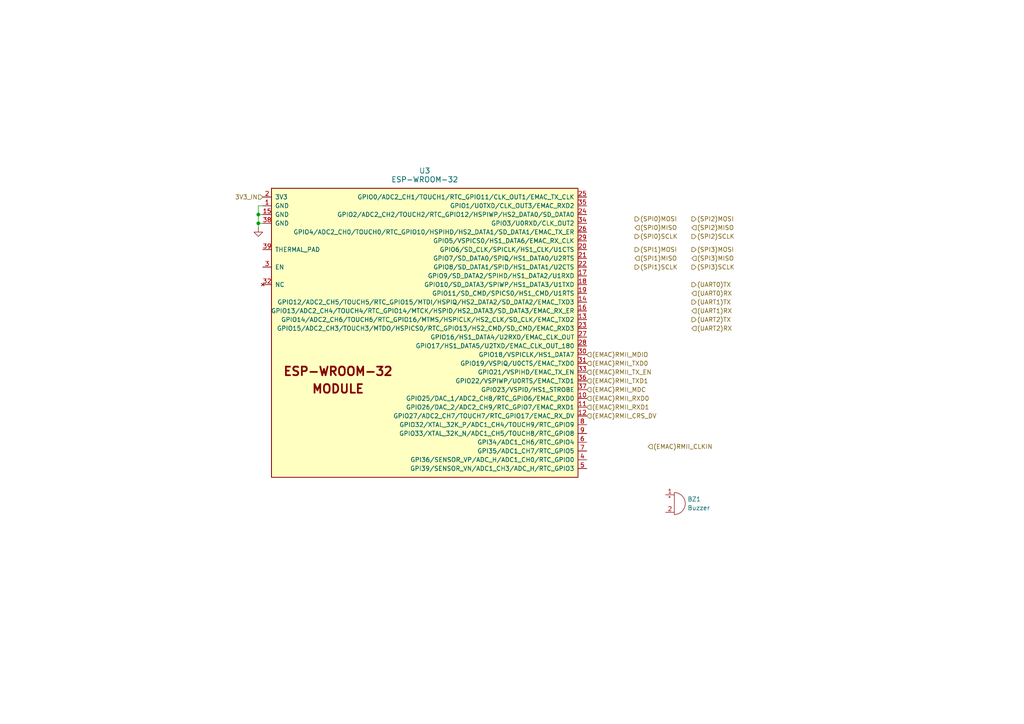
<source format=kicad_sch>
(kicad_sch (version 20231120) (generator "eeschema") (generator_version "8.0")
  (paper "A4")
  (lib_symbols
    (symbol "Device:Buzzer" (pin_names (offset 0.0254) hide)
      (property "Reference" "BZ" (at 3.81 1.27 0))
      (property "Value" "Buzzer" (at 3.81 -1.27 0))
      (symbol "Buzzer_0_1"
        (arc (start 0 -3.175) (mid 3.1612 0) (end 0 3.175))
        (polyline (pts (xy -1.651 1.905) (xy -1.143 1.905)))
        (polyline (pts (xy -1.397 2.159) (xy -1.397 1.651)))
        (polyline (pts (xy 0 3.175) (xy 0 -3.175)))
      )
      (symbol "Buzzer_1_1"
        (pin passive line (at -2.54 2.54 0) (length 2.54) (name "+") (number "1"))
        (pin passive line (at -2.54 -2.54 0) (length 2.54) (name "-") (number "2"))
      )
    )
    (symbol "ESP32-EVB_Rev_K1:ESP-WROOM-32" (pin_names (offset 1.016))
      (property "Reference" "U" (at 0 43.18 0))
      (property "Value" "ESP-WROOM-32" (at 0 -45.72 0))
      (symbol "ESP-WROOM-32_0_0"
        (text "ESP-WROOM-32" (at -23.876 -12.446 0) (effects (font (size 2.4892 2.4892) (bold yes))))
        (text "MODULE" (at -23.876 -17.526 0) (effects (font (size 2.4892 2.4892) (bold yes))))
      )
      (symbol "ESP-WROOM-32_0_1"
        (rectangle (start -43.18 40.64) (end 45.72 -43.18) (stroke (width 0.254)) (fill (type background)))
      )
      (symbol "ESP-WROOM-32_1_1"
        (pin power_in line (at -45.72 35.56 0) (length 2.54) (name "GND") (number "1"))
        (pin bidirectional line (at 48.26 -20.32 180) (length 2.54) (name "GPIO25/DAC_1/ADC2_CH8/RTC_GPIO6/EMAC_RXD0") (number "10"))
        (pin bidirectional line (at 48.26 -22.86 180) (length 2.54) (name "GPIO26/DAC_2/ADC2_CH9/RTC_GPIO7/EMAC_RXD1") (number "11"))
        (pin bidirectional line (at 48.26 -25.4 180) (length 2.54) (name "GPIO27/ADC2_CH7/TOUCH7/RTC_GPIO17/EMAC_RX_DV") (number "12"))
        (pin bidirectional line (at 48.26 2.54 180) (length 2.54) (name "GPIO14/ADC2_CH6/TOUCH6/RTC_GPIO16/MTMS/HSPICLK/HS2_CLK/SD_CLK/EMAC_TXD2") (number "13"))
        (pin bidirectional line (at 48.26 7.62 180) (length 2.54) (name "GPIO12/ADC2_CH5/TOUCH5/RTC_GPIO15/MTDI/HSPIQ/HS2_DATA2/SD_DATA2/EMAC_TXD3") (number "14"))
        (pin power_in line (at -45.72 33.02 0) (length 2.54) (name "GND") (number "15"))
        (pin bidirectional line (at 48.26 5.08 180) (length 2.54) (name "GPIO13/ADC2_CH4/TOUCH4/RTC_GPIO14/MTCK/HSPID/HS2_DATA3/SD_DATA3/EMAC_RX_ER") (number "16"))
        (pin bidirectional line (at 48.26 15.24 180) (length 2.54) (name "GPIO9/SD_DATA2/SPIHD/HS1_DATA2/U1RXD") (number "17"))
        (pin bidirectional line (at 48.26 12.7 180) (length 2.54) (name "GPIO10/SD_DATA3/SPIWP/HS1_DATA3/U1TXD") (number "18"))
        (pin bidirectional line (at 48.26 10.16 180) (length 2.54) (name "GPIO11/SD_CMD/SPICS0/HS1_CMD/U1RTS") (number "19"))
        (pin power_in line (at -45.72 38.1 0) (length 2.54) (name "3V3") (number "2"))
        (pin bidirectional line (at 48.26 22.86 180) (length 2.54) (name "GPIO6/SD_CLK/SPICLK/HS1_CLK/U1CTS") (number "20"))
        (pin bidirectional line (at 48.26 20.32 180) (length 2.54) (name "GPIO7/SD_DATA0/SPIQ/HS1_DATA0/U2RTS") (number "21"))
        (pin bidirectional line (at 48.26 17.78 180) (length 2.54) (name "GPIO8/SD_DATA1/SPID/HS1_DATA1/U2CTS") (number "22"))
        (pin bidirectional line (at 48.26 0 180) (length 2.54) (name "GPIO15/ADC2_CH3/TOUCH3/MTDO/HSPICS0/RTC_GPIO13/HS2_CMD/SD_CMD/EMAC_RXD3") (number "23"))
        (pin bidirectional line (at 48.26 33.02 180) (length 2.54) (name "GPIO2/ADC2_CH2/TOUCH2/RTC_GPIO12/HSPIWP/HS2_DATA0/SD_DATA0") (number "24"))
        (pin bidirectional line (at 48.26 38.1 180) (length 2.54) (name "GPIO0/ADC2_CH1/TOUCH1/RTC_GPIO11/CLK_OUT1/EMAC_TX_CLK") (number "25"))
        (pin bidirectional line (at 48.26 27.94 180) (length 2.54) (name "GPIO4/ADC2_CH0/TOUCH0/RTC_GPIO10/HSPIHD/HS2_DATA1/SD_DATA1/EMAC_TX_ER") (number "26"))
        (pin bidirectional line (at 48.26 -2.54 180) (length 2.54) (name "GPIO16/HS1_DATA4/U2RXD/EMAC_CLK_OUT") (number "27"))
        (pin bidirectional line (at 48.26 -5.08 180) (length 2.54) (name "GPIO17/HS1_DATA5/U2TXD/EMAC_CLK_OUT_180") (number "28"))
        (pin bidirectional line (at 48.26 25.4 180) (length 2.54) (name "GPIO5/VSPICS0/HS1_DATA6/EMAC_RX_CLK") (number "29"))
        (pin input line (at -45.72 17.78 0) (length 2.54) (name "EN") (number "3"))
        (pin bidirectional line (at 48.26 -7.62 180) (length 2.54) (name "GPIO18/VSPICLK/HS1_DATA7") (number "30"))
        (pin bidirectional line (at 48.26 -10.16 180) (length 2.54) (name "GPIO19/VSPIQ/U0CTS/EMAC_TXD0") (number "31"))
        (pin no_connect line (at -45.72 12.7 0) (length 2.54) (name "NC") (number "32"))
        (pin bidirectional line (at 48.26 -12.7 180) (length 2.54) (name "GPIO21/VSPIHD/EMAC_TX_EN") (number "33"))
        (pin bidirectional line (at 48.26 30.48 180) (length 2.54) (name "GPIO3/U0RXD/CLK_OUT2") (number "34"))
        (pin bidirectional line (at 48.26 35.56 180) (length 2.54) (name "GPIO1/U0TXD/CLK_OUT3/EMAC_RXD2") (number "35"))
        (pin bidirectional line (at 48.26 -15.24 180) (length 2.54) (name "GPIO22/VSPIWP/U0RTS/EMAC_TXD1") (number "36"))
        (pin bidirectional line (at 48.26 -17.78 180) (length 2.54) (name "GPIO23/VSPID/HS1_STROBE") (number "37"))
        (pin power_in line (at -45.72 30.48 0) (length 2.54) (name "GND") (number "38"))
        (pin power_in line (at -45.72 22.86 0) (length 2.54) (name "THERMAL_PAD") (number "39"))
        (pin input line (at 48.26 -38.1 180) (length 2.54) (name "GPI36/SENSOR_VP/ADC_H/ADC1_CH0/RTC_GPIO0") (number "4"))
        (pin input line (at 48.26 -40.64 180) (length 2.54) (name "GPI39/SENSOR_VN/ADC1_CH3/ADC_H/RTC_GPIO3") (number "5"))
        (pin input line (at 48.26 -33.02 180) (length 2.54) (name "GPI34/ADC1_CH6/RTC_GPIO4") (number "6"))
        (pin input line (at 48.26 -35.56 180) (length 2.54) (name "GPI35/ADC1_CH7/RTC_GPIO5") (number "7"))
        (pin bidirectional line (at 48.26 -27.94 180) (length 2.54) (name "GPIO32/XTAL_32K_P/ADC1_CH4/TOUCH9/RTC_GPIO9") (number "8"))
        (pin bidirectional line (at 48.26 -30.48 180) (length 2.54) (name "GPIO33/XTAL_32K_N/ADC1_CH5/TOUCH8/RTC_GPIO8") (number "9"))
      )
    )
    (symbol "power:GND" (power) (pin_numbers hide) (pin_names (offset 0) hide)
      (property "Value" "GND" (at 0 -3.81 0))
      (symbol "GND_0_1"
        (polyline (pts (xy 0 0) (xy 0 -1.27) (xy 1.27 -1.27) (xy 0 -2.54) (xy -1.27 -1.27) (xy 0 -1.27)))
      )
      (symbol "GND_1_1"
        (pin power_in line (at 0 0 270) (length 0) (name "~") (number "1"))
      )
    )
  )
  (junction (at 74.93 62.23))
  (junction (at 74.93 64.77))
  (wire (pts (xy 74.93 62.23) (xy 74.93 59.69)))
  (wire (pts (xy 74.93 59.69) (xy 76.2 59.69)))
  (wire (pts (xy 74.93 62.23) (xy 76.2 62.23)))
  (wire (pts (xy 74.93 66.04) (xy 74.93 64.77)))
  (wire (pts (xy 74.93 64.77) (xy 76.2 64.77)))
  (wire (pts (xy 74.93 64.77) (xy 74.93 62.23)))
  (hierarchical_label "(SPI3)MOSI" (shape output) (at 200.66 72.39 0))
  (hierarchical_label "(EMAC)RMII_CLKIN" (shape input) (at 187.96 129.54 0))
  (hierarchical_label "(SPI1)SCLK" (shape output) (at 184.15 77.47 0))
  (hierarchical_label "(SPI2)MOSI" (shape output) (at 200.66 63.5 0))
  (hierarchical_label "(SPI1)MISO" (shape input) (at 184.15 74.93 0))
  (hierarchical_label "(EMAC)RMII_TX_EN" (shape input) (at 170.18 107.95 0))
  (hierarchical_label "(SPI0)MISO" (shape input) (at 184.15 66.04 0))
  (hierarchical_label "(EMAC)RMII_RXD0" (shape input) (at 170.18 115.57 0))
  (hierarchical_label "(EMAC)RMII_MDIO" (shape input) (at 170.18 102.87 0))
  (hierarchical_label "(EMAC)RMII_MDC" (shape input) (at 170.18 113.03 0))
  (hierarchical_label "(UART0)RX" (shape input) (at 200.66 85.09 0))
  (hierarchical_label "(UART2)RX" (shape input) (at 200.66 95.25 0))
  (hierarchical_label "(UART1)RX" (shape input) (at 200.66 90.17 0))
  (hierarchical_label "(EMAC)RMII_TXD1" (shape input) (at 170.18 110.49 0))
  (hierarchical_label "(EMAC)RMII_CRS_DV" (shape input) (at 170.18 120.65 0))
  (hierarchical_label "(SPI1)MOSI" (shape output) (at 184.15 72.39 0))
  (hierarchical_label "(UART1)TX" (shape output) (at 200.66 87.63 0))
  (hierarchical_label "(EMAC)RMII_RXD1" (shape input) (at 170.18 118.11 0))
  (hierarchical_label "(UART2)TX" (shape output) (at 200.66 92.71 0))
  (hierarchical_label "(UART0)TX" (shape output) (at 200.66 82.55 0))
  (hierarchical_label "(SPI2)MISO" (shape input) (at 200.66 66.04 0))
  (hierarchical_label "(SPI3)MISO" (shape input) (at 200.66 74.93 0))
  (hierarchical_label "3V3_IN" (shape input) (at 76.2 57.15 180))
  (hierarchical_label "(SPI0)MOSI" (shape output) (at 184.15 63.5 0))
  (hierarchical_label "(EMAC)RMII_TXD0" (shape input) (at 170.18 105.41 0))
  (hierarchical_label "(SPI3)SCLK" (shape output) (at 200.66 77.47 0))
  (hierarchical_label "(SPI2)SCLK" (shape output) (at 200.66 68.58 0))
  (hierarchical_label "(SPI0)SCLK" (shape output) (at 184.15 68.58 0))
  (symbol (lib_id "Device:Buzzer") (at 195.58 146.05 0) (unit 1)
    (property "Reference" "BZ1" (at 199.39 144.7799 0) (effects (justify left)))
    (property "Value" "Buzzer" (at 199.39 147.3199 0) (effects (justify left)))
    (property "Description" "Buzzer, polarized" (effects (hide yes)))
  )
  (symbol (lib_id "power:GND") (at 74.93 66.04 0) (unit 1)
    (property "Reference" "#PWR071" (effects (hide yes)))
    (property "Value" "GND" (effects (hide yes)))
    (property "Description" "Power symbol creates a global label with name \"GND\" , ground" (effects (hide yes)))
  )
  (symbol (lib_id "ESP32-EVB_Rev_K1:ESP-WROOM-32") (at 121.92 95.25 0) (unit 1)
    (property "Reference" "U3" (at 123.19 49.53 0) (effects (font (size 1.524 1.524))))
    (property "Value" "ESP-WROOM-32" (at 123.19 52.07 0) (effects (font (size 1.524 1.524))))
    (property "Datasheet" "https://www.espressif.com/sites/default/files/documentation/esp32_technical_reference_manual_en.pdf" (effects (hide yes)))
  )
)
</source>
